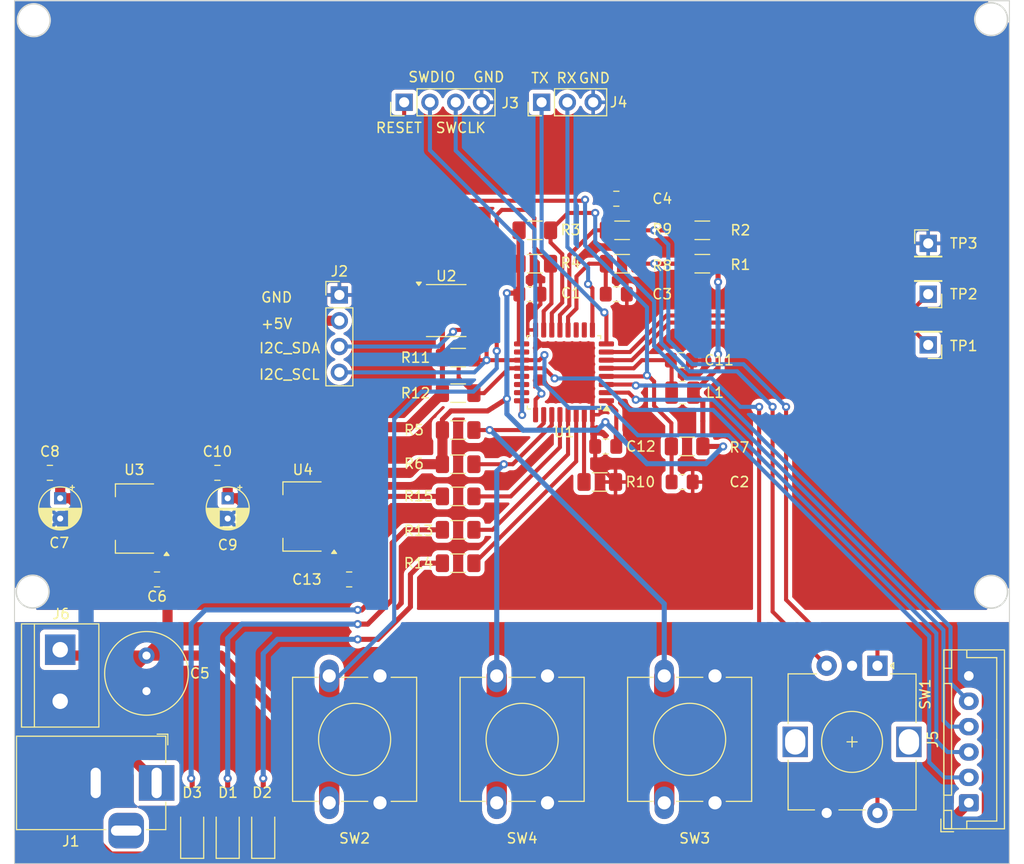
<source format=kicad_pcb>
(kicad_pcb (version 20240108) (generator "pcbnew") (generator_version "8.0")
  (layers (0 "F.Cu" signal) (31 "B.Cu" signal) (34 "B.Paste" user) (35 "F.Paste" user) (36 "B.SilkS" user "B.Silkscreen") (37 "F.SilkS" user "F.Silkscreen") (38 "B.Mask" user) (39 "F.Mask" user) (44 "Edge.Cuts" user))
  (net 0 "")
  (net 1 "GND")
  (net 2 "+3.3V")
  (net 3 "/RESET")
  (net 4 "+12V")
  (net 5 "+5V")
  (net 6 "+3.3VADC")
  (net 7 "Net-(D1-A)")
  (net 8 "Net-(D2-A)")
  (net 9 "Net-(D3-A)")
  (net 10 "/I2C_SDA")
  (net 11 "/I2C_SCL")
  (net 12 "/SWCLK")
  (net 13 "/SWDIO")
  (net 14 "/USART_TX")
  (net 15 "/USART_RX")
  (net 16 "/WOE")
  (net 17 "/~{WOE}")
  (net 18 "Net-(R1-Pad2)")
  (net 19 "Net-(R2-Pad2)")
  (net 20 "/ENC_BTN")
  (net 21 "/BTN1")
  (net 22 "/BTN2")
  (net 23 "/BTN3")
  (net 24 "Net-(U1-BOOT0)")
  (net 25 "/LED_Y")
  (net 26 "/LED_G")
  (net 27 "/LED_R")
  (net 31 "Net-(U1-PA0)")
  (net 32 "Net-(U1-PA1)")
  (net 36 "/ENC1")
  (net 37 "/ENC2")
  (footprint "Button_Switch_THT:SW_PUSH-12mm" (layer "F.Cu") (at 214 119 90)
    (property "Reference" "SW3")
    (property "Value" "SW_Push")
  )
  (footprint "Connector_PinHeader_2.54mm:PinHeader_1x01_P2.54mm_Vertical" (layer "F.Cu") (at 240 63.9)
    (property "Reference" "TP3")
    (property "Value" "TestPoint")
  )
  (footprint "Rotary_Encoder:RotaryEncoder_Alps_EC12E-Switch_Vertical_H20mm" (layer "F.Cu") (at 235 105.5 -90)
    (property "Reference" "SW1")
    (property "Value" "~")
  )
  (footprint "Resistor_SMD:R_1206_3216Metric_Pad1.30x1.75mm_HandSolder" (layer "F.Cu") (at 209.85 62.61 180)
    (property "Reference" "R9")
    (property "Value" "1k")
  )
  (footprint "Connector_PinHeader_2.54mm:PinHeader_1x03_P2.54mm_Vertical" (layer "F.Cu") (at 201.92 50 90)
    (property "Reference" "J4")
    (property "Value" "USART")
  )
  (footprint "Connector_PinHeader_2.54mm:PinHeader_1x01_P2.54mm_Vertical" (layer "F.Cu") (at 240 73.9 180)
    (property "Reference" "TP1")
    (property "Value" "TestPoint")
  )
  (footprint "Resistor_SMD:R_1206_3216Metric_Pad1.30x1.75mm_HandSolder" (layer "F.Cu") (at 193.7 88.82 180)
    (property "Reference" "R15")
    (property "Value" "220")
  )
  (footprint "Resistor_SMD:R_1206_3216Metric_Pad1.30x1.75mm_HandSolder" (layer "F.Cu") (at 201.25 65.9)
    (property "Reference" "R4")
    (property "Value" "10k")
  )
  (footprint "Capacitor_THT:CP_Radial_D4.0mm_P2.00mm" (layer "F.Cu") (at 171 89 -90)
    (property "Reference" "C9")
    (property "Value" "100u")
  )
  (footprint "Connector_BarrelJack:BarrelJack_Horizontal" (layer "F.Cu") (at 164 117.0425)
    (property "Reference" "J1")
    (property "Value" "Supply")
  )
  (footprint "Capacitor_SMD:C_0805_2012Metric_Pad1.18x1.45mm_HandSolder" (layer "F.Cu") (at 200.7625 68.9)
    (property "Reference" "C1")
    (property "Value" "0.1u")
  )
  (footprint "Resistor_SMD:R_1206_3216Metric_Pad1.30x1.75mm_HandSolder" (layer "F.Cu") (at 193.7 75.15 180)
    (property "Reference" "R11")
    (property "Value" "4.7k")
  )
  (footprint "Capacitor_THT:C_Radial_D8.0mm_H7.0mm_P3.50mm" (layer "F.Cu") (at 163 104.5 -90)
    (property "Reference" "C5")
    (property "Value" "470u")
  )
  (footprint "Resistor_SMD:R_1206_3216Metric_Pad1.30x1.75mm_HandSolder" (layer "F.Cu") (at 216.25 83.9 180)
    (property "Reference" "R7")
    (property "Value" "10k")
  )
  (footprint "Resistor_SMD:R_1206_3216Metric_Pad1.30x1.75mm_HandSolder" (layer "F.Cu") (at 217.75 65.9 180)
    (property "Reference" "R1")
    (property "Value" "10k")
  )
  (footprint "Capacitor_SMD:C_0805_2012Metric_Pad1.18x1.45mm_HandSolder" (layer "F.Cu") (at 208.2375 83.9 180)
    (property "Reference" "C12")
    (property "Value" "0.1u")
  )
  (footprint "Resistor_SMD:R_1206_3216Metric_Pad1.30x1.75mm_HandSolder" (layer "F.Cu") (at 201.25 62.61)
    (property "Reference" "R3")
    (property "Value" "10k")
  )
  (footprint "Capacitor_SMD:C_0805_2012Metric_Pad1.18x1.45mm_HandSolder" (layer "F.Cu") (at 215.6875 75.4)
    (property "Reference" "C11")
    (property "Value" "0.1u")
  )
  (footprint "Capacitor_THT:CP_Radial_D4.0mm_P2.00mm" (layer "F.Cu") (at 154.5 89 -90)
    (property "Reference" "C7")
    (property "Value" "100u")
  )
  (footprint "Capacitor_SMD:C_0805_2012Metric_Pad1.18x1.45mm_HandSolder" (layer "F.Cu") (at 169.9875 86.5 180)
    (property "Reference" "C10")
    (property "Value" "0.1u")
  )
  (footprint "Button_Switch_THT:SW_PUSH-12mm" (layer "F.Cu") (at 181 119 90)
    (property "Reference" "SW2")
    (property "Value" "SW_Push")
  )
  (footprint "Resistor_SMD:R_1206_3216Metric_Pad1.30x1.75mm_HandSolder" (layer "F.Cu") (at 207.65 87.4)
    (property "Reference" "R10")
    (property "Value" "10k")
  )
  (footprint "Resistor_SMD:R_1206_3216Metric_Pad1.30x1.75mm_HandSolder" (layer "F.Cu") (at 209.85 65.9 180)
    (property "Reference" "R8")
    (property "Value" "1k")
  )
  (footprint "Capacitor_SMD:C_0805_2012Metric_Pad1.18x1.45mm_HandSolder" (layer "F.Cu") (at 215.7625 87.4)
    (property "Reference" "C2")
    (property "Value" "0.47u")
  )
  (footprint "Button_Switch_THT:SW_PUSH-12mm" (layer "F.Cu") (at 197.5 119 90)
    (property "Reference" "SW4")
    (property "Value" "SW_Push")
  )
  (footprint "Package_TO_SOT_SMD:SOT-223-3_TabPin2" (layer "F.Cu") (at 161.85 91 180)
    (property "Reference" "U3")
    (property "Value" "AMS1117-5.0")
  )
  (footprint "TerminalBlock:TerminalBlock_bornier-2_P5.08mm" (layer "F.Cu") (at 154.5 103.92 -90)
    (property "Reference" "J6")
    (property "Value" "Supply")
  )
  (footprint "LED_SMD:LED_1206_3216Metric_Pad1.42x1.75mm_HandSolder" (layer "F.Cu") (at 171 122.0125 90)
    (property "Reference" "D1")
    (property "Value" "LG")
  )
  (footprint "LED_SMD:LED_1206_3216Metric_Pad1.42x1.75mm_HandSolder" (layer "F.Cu") (at 167.5 122.0125 90)
    (property "Reference" "D3")
    (property "Value" "LY")
  )
  (footprint "Capacitor_SMD:C_0805_2012Metric_Pad1.18x1.45mm_HandSolder" (layer "F.Cu") (at 182.9625 97)
    (property "Reference" "C13")
    (property "Value" "0.1u")
  )
  (footprint "Capacitor_SMD:C_0805_2012Metric_Pad1.18x1.45mm_HandSolder" (layer "F.Cu") (at 153.4875 86.5 180)
    (property "Reference" "C8")
    (property "Value" "0.1u")
  )
  (footprint "Connector_PinHeader_2.54mm:PinHeader_1x04_P2.54mm_Vertical" (layer "F.Cu") (at 182 68.98)
    (property "Reference" "J2")
    (property "Value" "LCD")
  )
  (footprint "Capacitor_SMD:C_0805_2012Metric_Pad1.18x1.45mm_HandSolder" (layer "F.Cu") (at 209.275 68.9)
    (property "Reference" "C3")
    (property "Value" "0.47u")
  )
  (footprint "Resistor_SMD:R_1206_3216Metric_Pad1.30x1.75mm_HandSolder" (layer "F.Cu") (at 193.7 78.65 180)
    (property "Reference" "R12")
    (property "Value" "4.7k")
  )
  (footprint "Inductor_SMD:L_1008_2520Metric" (layer "F.Cu") (at 215.8 78.6 180)
    (property "Reference" "L1")
    (property "Value" "150u")
  )
  (footprint "Connector_PinHeader_2.54mm:PinHeader_1x01_P2.54mm_Vertical" (layer "F.Cu") (at 240 68.9 180)
    (property "Reference" "TP2")
    (property "Value" "TestPoint")
  )
  (footprint "Connector_PinHeader_2.54mm:PinHeader_1x04_P2.54mm_Vertical" (layer "F.Cu") (at 188.38 50 90)
    (property "Reference" "J3")
    (property "Value" "SWD")
  )
  (footprint "Connector_JST:JST_XH_B6B-XH-A_1x06_P2.50mm_Vertical" (layer "F.Cu") (at 244 119 90)
    (property "Reference" "J5")
    (property "Value" "Module")
  )
  (footprint "Capacitor_SMD:C_0805_2012Metric_Pad1.18x1.45mm_HandSolder" (layer "F.Cu") (at 164.0375 97 180)
    (property "Reference" "C6")
    (property "Value" "0.1u")
  )
  (footprint "Package_TO_SOT_SMD:SOT-223-3_TabPin2" (layer "F.Cu") (at 178.35 90.8 180)
    (property "Reference" "U4")
    (property "Value" "AMS1117-3.3")
  )
  (footprint "Capacitor_SMD:C_0805_2012Metric_Pad1.18x1.45mm_HandSolder" (layer "F.Cu") (at 209.28 59.5)
    (property "Reference" "C4")
    (property "Value" "0.47u")
  )
  (footprint "Resistor_SMD:R_1206_3216Metric_Pad1.30x1.75mm_HandSolder" (layer "F.Cu") (at 193.7 92.11 180)
    (property "Reference" "R13")
    (property "Value" "220")
  )
  (footprint "Resistor_SMD:R_1206_3216Metric_Pad1.30x1.75mm_HandSolder" (layer "F.Cu") (at 193.7 85.65)
    (property "Reference" "R6")
    (property "Value" "10k")
  )
  (footprint "LED_SMD:LED_1206_3216Metric_Pad1.42x1.75mm_HandSolder" (layer "F.Cu") (at 174.5 122.0125 90)
    (property "Reference" "D2")
    (property "Value" "LR")
  )
  (footprint "Resistor_SMD:R_1206_3216Metric_Pad1.30x1.75mm_HandSolder" (layer "F.Cu") (at 217.75 62.61 180)
    (property "Reference" "R2")
    (property "Value" "10k")
  )
  (footprint "Package_SO:SOIC-8_3.9x4.9mm_P1.27mm" (layer "F.Cu") (at 192.525 70.515)
    (property "Reference" "U2")
    (property "Value" "AT24C32")
  )
  (footprint "Resistor_SMD:R_1206_3216Metric_Pad1.30x1.75mm_HandSolder" (layer "F.Cu") (at 193.7 95.4 180)
    (property "Reference" "R14")
    (property "Value" "220")
  )
  (footprint "Resistor_SMD:R_1206_3216Metric_Pad1.30x1.75mm_HandSolder" (layer "F.Cu") (at 193.7 82.285)
    (property "Reference" "R5")
    (property "Value" "10k")
  )
  (footprint "Package_QFP:LQFP-32_7x7mm_P0.8mm" (layer "F.Cu") (at 204.125 76.6 180)
    (property "Reference" "U1")
    (property "Value" "STM32F030K6Tx")
  )
  (gr_circle (center 246.2 41.814214) (end 247.814214 41.814214) (stroke (width 0.15)) (fill none) (layer "Edge.Cuts"))
  (gr_circle (center 246.2 98.214214) (end 247.814214 98.214214) (stroke (width 0.15)) (fill none) (layer "Edge.Cuts"))
  (gr_line (start 248 125) (end 248 40) (stroke (width 0.1)) (layer "Edge.Cuts"))
  (gr_circle (center 151.9 41.914214) (end 153.514214 41.914214) (stroke (width 0.15)) (fill none) (layer "Edge.Cuts"))
  (gr_circle (center 151.785786 98.2) (end 153.4 98.2) (stroke (width 0.15)) (fill none) (layer "Edge.Cuts"))
  (gr_line (start 150 125) (end 248 125) (stroke (width 0.1)) (layer "Edge.Cuts"))
  (gr_line (start 248 40) (end 150 40) (stroke (width 0.1)) (layer "Edge.Cuts"))
  (gr_line (start 150 40) (end 150 125) (stroke (width 0.1)) (layer "Edge.Cuts"))
  (gr_text "GND" (at 195.1 48.1 0) (layer "F.SilkS") (effects (font (size 1 1)) (justify left bottom)))
  (gr_text "+5V" (at 174.2 72.4 0) (layer "F.SilkS") (effects (font (size 1 1)) (justify left bottom)))
  (gr_text "GND" (at 174.2 69.8 0) (layer "F.SilkS") (effects (font (size 1 1)) (justify left bottom)))
  (gr_text "SWCLK\n" (at 191.4 53.1 0) (layer "F.SilkS") (effects (font (size 1 1)) (justify left bottom)))
  (gr_text "SWDIO" (at 188.7 48.1 0) (layer "F.SilkS") (effects (font (size 1 1)) (justify left bottom)))
  (gr_text "TX" (at 200.8 48.2 0) (layer "F.SilkS") (effects (font (size 1 1)) (justify left bottom)))
  (gr_text "I2C_SDA" (at 174 74.8 0) (layer "F.SilkS") (effects (font (size 1 1)) (justify left bottom)))
  (gr_text "RX" (at 203.3 48.2 0) (layer "F.SilkS") (effects (font (size 1 1)) (justify left bottom)))
  (gr_text "GND" (at 205.5 48.2 0) (layer "F.SilkS") (effects (font (size 1 1)) (justify left bottom)))
  (gr_text "RESET\n" (at 185.5 53.1 0) (layer "F.SilkS") (effects (font (size 1 1)) (justify left bottom)))
  (gr_text "I2C_SCL" (at 174 77.4 0) (layer "F.SilkS") (effects (font (size 1 1)) (justify left bottom)))
  (segment (start 245.775 121.025) (end 243.3 123.5) (width 1) (layer "F.Cu") (net 1))
  (segment (start 207.2 85.4) (end 207.2 83.9) (width 0.4) (layer "F.Cu") (net 1))
  (segment (start 202.8 74) (end 206.925 78.125) (width 0.4) (layer "F.Cu") (net 1))
  (segment (start 201.325 72.425) (end 201.325 73.262348) (width 0.4) (layer "F.Cu") (net 1))
  (segment (start 245 106.5) (end 245.775 107.275) (width 1) (layer "F.Cu") (net 1))
  (segment (start 184 97) (end 184 97.6) (width 0.5) (layer "F.Cu") (net 1))
  (segment (start 202.062652 74) (end 202.8 74) (width 0.4) (layer "F.Cu") (net 1))
  (segment (start 206.925 83.625) (end 207.2 83.9) (width 0.4) (layer "F.Cu") (net 1))
  (segment (start 243.3 123.5) (end 167.5 123.5) (width 1) (layer "F.Cu") (net 1))
  (segment (start 206.925 78.125) (end 206.925 80.775) (width 0.4) (layer "F.Cu") (net 1))
  (segment (start 159.423894 124.2925) (end 158 122.868606) (width 1) (layer "F.Cu") (net 1))
  (segment (start 201.325 73.262348) (end 202.062652 74) (width 0.4) (layer "F.Cu") (net 1))
  (segment (start 158 122.868606) (end 158 117.0425) (width 1) (layer "F.Cu") (net 1))
  (segment (start 202.5 106.5) (end 202.5 119) (width 2) (layer "F.Cu") (net 1))
  (segment (start 219 106.5) (end 219 119) (width 2) (layer "F.Cu") (net 1))
  (segment (start 186 106.5) (end 186 119) (width 2) (layer "F.Cu") (net 1))
  (segment (start 206.925 80.775) (end 206.925 83.625) (width 0.4) (layer "F.Cu") (net 1))
  (segment (start 184 97.6) (end 182.8 98.8) (width 0.5) (layer "F.Cu") (net 1))
  (segment (start 166.7075 124.2925) (end 159.423894 124.2925) (width 1) (layer "F.Cu") (net 1))
  (segment (start 201.325 70.375) (end 201.325 72.425) (width 0.4) (layer "F.Cu") (net 1))
  (segment (start 244 106.5) (end 245 106.5) (width 1) (layer "F.Cu") (net 1))
  (segment (start 209.2 87.4) (end 207.2 85.4) (width 0.4) (layer "F.Cu") (net 1))
  (segment (start 201.8 68.9) (end 201.8 69.9) (width 0.4) (layer "F.Cu") (net 1))
  (segment (start 201.8 69.9) (end 201.325 70.375) (width 0.4) (layer "F.Cu") (net 1))
  (segment (start 245.775 107.275) (end 245.775 121.025) (width 1) (layer "F.Cu") (net 1))
  (segment (start 167.5 123.5) (end 166.7075 124.2925) (width 1) (layer "F.Cu") (net 1))
  (segment (start 157.05 93.55) (end 154.5 91) (width 1.5) (layer "B.Cu") (net 1))
  (segment (start 154.5 109) (end 157.05 106.45) (width 1.5) (layer "B.Cu") (net 1))
  (segment (start 157.05 106.45) (end 157.05 93.55) (width 1.5) (layer "B.Cu") (net 1))
  (segment (start 154.5 91) (end 171 91) (width 1.5) (layer "B.Cu") (net 1))
  (segment (start 189.75 85.65) (end 192.15 85.65) (width 1) (layer "F.Cu") (net 2))
  (segment (start 173.8 90.8) (end 175.2 90.8) (width 1) (layer "F.Cu") (net 2))
  (segment (start 219.3 76.175) (end 219.3 74.8) (width 0.5) (layer "F.Cu") (net 2))
  (segment (start 219.3 76.175) (end 216.875 78.6) (width 0.5) (layer "F.Cu") (net 2))
  (segment (start 219.8 83.9) (end 217.8 83.9) (width 0.5) (layer "F.Cu") (net 2))
  (segment (start 209.275 82.575) (end 209.275 83.9) (width 0.5) (layer "F.Cu") (net 2))
  (segment (start 196.6 80.4) (end 193 80.4) (width 0.5) (layer "F.Cu") (net 2))
  (segment (start 217.8 79.525) (end 217.8 81.4) (width 0.5) (layer "F.Cu") (net 2))
  (segment (start 198.5 68.8) (end 199.625 68.8) (width 0.5) (layer "F.Cu") (net 2))
  (segment (start 208.3 79.4) (end 209.275 80.375) (width 0.4) (layer "F.Cu") (net 2))
  (segment (start 193 80.4) (end 192.15 81.25) (width 0.5) (layer "F.Cu") (net 2))
  (segment (start 192.15 85.65) (end 192.15 82.285) (width 1) (layer "F.Cu") (net 2))
  (segment (start 199.725 73.575) (end 199.95 73.8) (width 0.5) (layer "F.Cu") (net 2))
  (segment (start 199.725 68.9) (end 199.725 73.575) (width 0.5) (layer "F.Cu") (net 2))
  (segment (start 179.25 90.8) (end 181.5 90.8) (width 1.5) (layer "F.Cu") (net 2))
  (segment (start 171 89) (end 172 89) (width 1) (layer "F.Cu") (net 2))
  (segment (start 216.875 78.6) (end 217.8 79.525) (width 0.5) (layer "F.Cu") (net 2))
  (segment (start 219.3 62.61) (end 219.3 65.9) (width 0.5) (layer "F.Cu") (net 2))
  (segment (start 209.375 83.8) (end 209.275 83.9) (width 0.5) (layer "F.Cu") (net 2))
  (segment (start 172 89) (end 173.8 90.8) (width 1) (layer "F.Cu") (net 2))
  (segment (start 171 89) (end 171 86.525) (width 1) (layer "F.Cu") (net 2))
  (segment (start 171.025 86.5) (end 188.9 86.5) (width 1) (layer "F.Cu") (net 2))
  (segment (start 199.7 68.875) (end 199.725 68.9) (width 0.5) (layer "F.Cu") (net 2))
  (segment (start 188.9 86.5) (end 189.75 85.65) (width 1) (layer "F.Cu") (net 2))
  (segment (start 199.625 68.8) (end 199.725 68.9) (width 0.5) (layer "F.Cu") (net 2))
  (segment (start 208.2 81.5) (end 209.275 82.575) (width 0.5) (layer "F.Cu") (net 2))
  (segment (start 209.275 80.375) (end 209.275 83.9) (width 0.4) (layer "F.Cu") (net 2))
  (segment (start 175.2 90.8) (end 179.25 90.8) (width 1.5) (layer "F.Cu") (net 2))
  (segment (start 217.8 81.4) (end 217.8 83.9) (width 0.5) (layer "F.Cu") (net 2))
  (segment (start 219.3 67.7) (end 219.3 65.9) (width 0.5) (layer "F.Cu") (net 2))
  (segment (start 198.5 79.2) (end 196.6 80.4) (width 0.5) (layer "F.Cu") (net 2))
  (segment (start 199.7 62.61) (end 199.7 68.875) (width 0.5) (layer "F.Cu") (net 2))
  (segment (start 192.15 81.25) (end 192.15 82.285) (width 0.5) (layer "F.Cu") (net 2))
  (via (at 208.2 81.5) (size 0.8) (drill 0.4) (layers "F.Cu" "B.Cu") (net 2))
  (via (at 198.5 68.8) (size 0.8) (drill 0.4) (layers "F.Cu" "B.Cu") (net 2))
  (via (at 219.8 83.9) (size 0.8) (drill 0.4) (layers "F.Cu" "B.Cu") (net 2))
  (via (at 219.3 67.7) (size 0.8) (drill 0.4) (layers "F.Cu" "B.Cu") (net 2))
  (via (at 219.3 74.8) (size 0.8) (drill 0.4) (layers "F.Cu" "B.Cu") (net 2))
  (via (at 198.5 79.2) (size 0.8) (drill 0.4) (layers "F.Cu" "B.Cu") (net 2))
  (segment (start 198.5 80.7) (end 198.5 79.2) (width 0.5) (layer "B.Cu") (net 2))
  (segment (start 198.5 79.2) (end 198.5 68.8) (width 0.5) (layer "B.Cu") (net 2))
  (segment (start 219.3 74.8) (end 219.3 67.7) (width 0.5) (layer "B.Cu") (net 2))
  (segment (start 212.3 85.6) (end 218.1 85.6) (width 0.5) (layer "B.Cu") (net 2))
  (segment (start 207.4 82.3) (end 208.2 81.5) (width 0.5) (layer "B.Cu") (net 2))
  (segment (start 218.1 85.6) (end 219.8 83.9) (width 0.5) (layer "B.Cu") (net 2))
  (segment (start 200.1 82.3) (end 198.5 80.7) (width 0.5) (layer "B.Cu") (net 2))
  (segment (start 208.2 81.5) (end 212.3 85.6) (width 0.5) (layer "B.Cu") (net 2))
  (segment (start 200.1 82.3) (end 207.4 82.3) (width 0.5) (layer "B.Cu") (net 2))
  (segment (start 212.3 76.9) (end 212.2 77) (width 0.4) (layer "F.Cu") (net 3))
  (segment (start 206.1 59.7) (end 193.1 59.7) (width 0.4) (layer "F.Cu") (net 3))
  (segment (start 213 77.5) (end 212.5 77) (width 0.4) (layer "F.Cu") (net 3))
  (segment (start 214.7 81.6) (end 213 79.9) (width 0.4) (layer "F.Cu") (net 3))
  (segment (start 213 79.9) (end 213 77.5) (width 0.4) (layer "F.Cu") (net 3))
  (segment (start 188.38 54.98) (end 188.38 50) (width 0.4) (layer "F.Cu") (net 3))
  (segment (start 193.1 59.7) (end 188.38 54.98) (width 0.4) (layer "F.Cu") (net 3))
  (segment (start 206.2 59.6) (end 206.1 59.7) (width 0.4) (layer "F.Cu") (net 3))
  (segment (start 212.2 77) (end 208.3 77) (width 0.4) (layer "F.Cu") (net 3))
  (segment (start 212.5 77) (end 212.4 77) (width 0.4) (layer "F.Cu") (net 3))
  (segment (start 214.7 83.9) (end 214.7 81.6) (width 0.4) (layer "F.Cu") (net 3))
  (segment (start 214.725 87.4) (end 214.725 83.925) (width 0.4) (layer "F.Cu") (net 3))
  (segment (start 214.725 83.925) (end 214.7 83.9) (width 0.4) (layer "F.Cu") (net 3))
  (segment (start 212.4 77) (end 212.3 76.9) (width 0.4) (layer "F.Cu") (net 3))
  (via (at 212.3 76.9) (size 0.8) (drill 0.4) (layers "F.Cu" "B.Cu") (net 3))
  (via (at 206.2 59.6) (size 0.8) (drill 0.4) (layers "F.Cu" "B.Cu") (net 3))
  (segment (start 206.2 59.6) (end 206.2 64.1) (width 0.4) (layer "B.Cu") (net 3))
  (segment (start 206.2 64.1) (end 212.3 70.2) (width 0.4) (layer "B.Cu") (net 3))
  (segment (start 212.3 70.2) (end 212.3 76.9) (width 0.4) (layer "B.Cu") (net 3))
  (segment (start 159.5 112.5425) (end 159.5 108) (width 1) (layer "F.Cu") (net 4))
  (segment (start 167.5 94.575) (end 165.075 97) (width 1) (layer "F.Cu") (net 4))
  (segment (start 167.5 89.5) (end 167.5 94.575) (width 1) (layer "F.Cu") (net 4))
  (segment (start 181.575 97) (end 165.075 97) (width 1) (layer "F.Cu") (net 4))
  (segment (start 159.5 108) (end 163 104.5) (width 1) (layer "F.Cu") (net 4))
  (segment (start 166.7 88.7) (end 167.5 89.5) (width 1) (layer "F.Cu") (net 4))
  (segment (start 176.9 120.3) (end 178.7 122.1) (width 1) (layer "F.Cu") (net 4))
  (segment (start 164 117.0425) (end 159.5 112.5425) (width 1) (layer "F.Cu") (net 4))
  (segment (start 163 104.5) (end 170.3 104.5) (width 1) (layer "F.Cu") (net 4))
  (segment (start 154.5 103.92) (end 155.08 104.5) (width 1) (layer "F.Cu") (net 4))
  (segment (start 184 89.5) (end 183 88.5) (width 1) (layer "F.Cu") (net 4))
  (segment (start 240.9 122.1) (end 244 119) (width 1) (layer "F.Cu") (net 4))
  (segment (start 184 94.575) (end 184 89.5) (width 1) (layer "F.Cu") (net 4))
  (segment (start 178.7 122.1) (end 240.9 122.1) (width 1) (layer "F.Cu") (net 4))
  (segment (start 165 88.7) (end 166.7 88.7) (width 1) (layer "F.Cu") (net 4))
  (segment (start 165.075 102.425) (end 165.075 97) (width 1) (layer "F.Cu") (net 4))
  (segment (start 170.3 104.5) (end 176.9 111.1) (width 1) (layer "F.Cu") (net 4))
  (segment (start 181.575 97) (end 184 94.575) (width 1) (layer "F.Cu") (net 4))
  (segment (start 155.08 104.5) (end 163 104.5) (width 1) (layer "F.Cu") (net 4))
  (segment (start 163 104.5) (end 165.075 102.425) (width 1) (layer "F.Cu") (net 4))
  (segment (start 183 88.5) (end 181.5 88.5) (width 1) (layer "F.Cu") (net 4))
  (segment (start 176.9 111.1) (end 176.9 120.3) (width 1) (layer "F.Cu") (net 4))
  (segment (start 155.5 89) (end 157.5 91) (width 1) (layer "F.Cu") (net 5))
  (segment (start 154.5 86.525) (end 154.525 86.5) (width 1) (layer "F.Cu") (net 5))
  (segment (start 188.8 82) (end 192.15 78.65) (width 1) (layer "F.Cu") (net 5))
  (segment (start 179.2 72.9) (end 179.2 82) (width 1) (layer "F.Cu") (net 5))
  (segment (start 158.7 91) (end 162.75 91) (width 1.5) (layer "F.Cu") (net 5))
  (segment (start 154.525 86.5) (end 159.025 82) (width 1) (layer "F.Cu") (net 5))
  (segment (start 154.5 89) (end 154.5 86.525) (width 1) (layer "F.Cu") (net 5))
  (segment (start 180.58 71.52) (end 179.2 72.9) (width 1) (layer "F.Cu") (net 5))
  (segment (start 157.5 91) (end 158.7 91) (width 1) (layer "F.Cu") (net 5))
  (segment (start 182 71.52) (end 180.58 71.52) (width 1) (layer "F.Cu") (net 5))
  (segment (start 193.29 68.61) (end 192.15 69.75) (width 0.5) (layer "F.Cu") (net 5))
  (segment (start 195 68.61) (end 193.29 68.61) (width 0.5) (layer "F.Cu") (net 5))
  (segment (start 159.025 82) (end 179.2 82) (width 1) (layer "F.Cu") (net 5))
  (segment (start 192.15 69.75) (end 192.15 78.65) (width 0.5) (layer "F.Cu") (net 5))
  (segment (start 162.75 91) (end 165 91) (width 1.5) (layer "F.Cu") (net 5))
  (segment (start 154.5 89) (end 155.5 89) (width 1) (layer "F.Cu") (net 5))
  (segment (start 179.2 82) (end 188.8 82) (width 1) (layer "F.Cu") (net 5))
  (segment (start 211 76.2) (end 211.8 75.4) (width 0.4) (layer "F.Cu") (net 6))
  (segment (start 211.8 75.4) (end 214.65 75.4) (width 0.4) (layer "F.Cu") (net 6))
  (segment (start 214.725 78.6) (end 214.725 75.475) (width 0.4) (layer "F.Cu") (net 6))
  (segment (start 208.3 76.2) (end 211 76.2) (width 0.4) (layer "F.Cu") (net 6))
  (segment (start 214.725 75.475) (end 214.65 75.4) (width 0.4) (layer "F.Cu") (net 6))
  (segment (start 214.65 78.675) (end 214.725 78.6) (width 0.4) (layer "F.Cu") (net 6))
  (segment (start 183.8 101.4) (end 184.8 101.4) (width 0.5) (layer "F.Cu") (net 7))
  (segment (start 188.49 92.11) (end 192.15 92.11) (width 0.5) (layer "F.Cu") (net 7))
  (segment (start 187.2 93.4) (end 188.49 92.11) (width 0.5) (layer "F.Cu") (net 7))
  (segment (start 187.2 99) (end 187.2 93.4) (width 0.5) (layer "F.Cu") (net 7))
  (segment (start 184.8 101.4) (end 187.2 99) (width 0.5) (layer "F.Cu") (net 7))
  (segment (start 171 120.525) (end 171 116.6) (width 0.5) (layer "F.Cu") (net 7))
  (via (at 183.8 101.4) (size 0.8) (drill 0.4) (layers "F.Cu" "B.Cu") (net 7))
  (via (at 171 116.6) (size 0.8) (drill 0.4) (layers "F.Cu" "B.Cu") (net 7))
  (segment (start 183.8 101.4) (end 172.4 101.4) (width 0.5) (layer "B.Cu") (net 7))
  (segment (start 171 102.8) (end 171 116.6) (width 0.5) (layer "B.Cu") (net 7))
  (segment (start 172.4 101.4) (end 171 102.8) (width 0.5) (layer "B.Cu") (net 7))
  (segment (start 174.5 120.525) (end 174.5 116.6) (width 0.5) (layer "F.Cu") (net 8))
  (segment (start 183.8 102.9) (end 185.8 102.9) (width 0.5) (layer "F.Cu") (net 8))
  (segment (start 185.8 102.9) (end 189 99.7) (width 0.5) (layer "F.Cu") (net 8))
  (segment (start 189 99.7) (end 189 96.5) (width 0.5) (layer "F.Cu") (net 8))
  (segment (start 189 96.5) (end 190.1 95.4) (width 0.5) (layer "F.Cu") (net 8))
  (segment (start 190.1 95.4) (end 192.15 95.4) (width 0.5) (layer "F.Cu") (net 8))
  (via (at 183.8 102.9) (size 0.8) (drill 0.4) (layers "F.Cu" "B.Cu") (net 8))
  (via (at 174.5 116.6) (size 0.8) (drill 0.4) (layers "F.Cu" "B.Cu") (net 8))
  (segment (start 175.9 102.9) (end 174.5 104.3) (width 0.5) (layer "B.Cu") (net 8))
  (segment (start 183.8 102.9) (end 175.9 102.9) (width 0.5) (layer "B.Cu") (net 8))
  (segment (start 174.5 104.3) (end 174.5 116.6) (width 0.5) (layer "B.Cu") (net 8))
  (segment (start 184.2 100) (end 185.8 98.4) (width 0.5) (layer "F.Cu") (net 9))
  (segment (start 167.5 116.7) (end 167.4 116.6) (width 0.5) (layer "F.Cu") (net 9))
  (segment (start 186.78 88.82) (end 192.15 88.82) (width 0.5) (layer "F.Cu") (net 9))
  (segment (start 167.5 120.525) (end 167.5 116.7) (width 0.5) (layer "F.Cu") (net 9))
  (segment (start 185.8 98.4) (end 185.8 89.8) (width 0.5) (layer "F.Cu") (net 9))
  (segment (start 185.8 89.8) (end 186.78 88.82) (width 0.5) (layer "F.Cu") (net 9))
  (segment (start 183.8 100) (end 184.2 100) (width 0.5) (layer "F.Cu") (net 9))
  (via (at 183.8 100) (size 0.8) (drill 0.4) (layers "F.Cu" "B.Cu") (net 9))
  (via (at 167.4 116.6) (size 0.8) (drill 0.4) (layers "F.Cu" "B.Cu") (net 9))
  (segment (start 183.8 100) (end 168.8 100) (width 0.5) (layer "B.Cu") (net 9))
  (segment (start 168.8 100) (end 167.4 101.4) (width 0.5) (layer "B.Cu") (net 9))
  (segment (start 167.4 101.4) (end 167.4 116.6) (width 0.5) (layer "B.Cu") (net 9))
  (segment (start 195 72.42) (end 193.75 73.67) (width 0.4) (layer "F.Cu") (net 10))
  (segment (start 200 76.2) (end 198.7 76.2) (width 0.4) (layer "F.Cu") (net 10))
  (segment (start 193.75 73.67) (end 193.75 77.15) (width 0.4) (layer "F.Cu") (net 10))
  (segment (start 193.38 72.42) (end 193.2 72.6) (width 0.4) (layer "F.Cu") (net 10))
  (segment (start 193.75 77.15) (end 195.25 78.65) (width 0.4) (layer "F.Cu") (net 10))
  (segment (start 195 72.42) (end 193.38 72.42) (width 0.4) (layer "F.Cu") (net 10))
  (segment (start 196.25 78.65) (end 195.25 78.65) (width 0.4) (layer "F.Cu") (net 10))
  (segment (start 198.7 76.2) (end 196.25 78.65) (width 0.4) (layer "F.Cu") (net 10))
  (segment (start 202.2 76.2) (end 199.95 76.2) (width 0.4) (layer "F.Cu") (net 10))
  (segment (start 203.2 77.2) (end 202.2 76.2) (width 0.4) (layer "F.Cu") (net 10))
  (via (at 203.2 77.2) (size 0.8) (drill 0.4) (layers "F.Cu" "B.Cu") (net 10))
  (via (at 193.2 72.6) (size 0.8) (drill 0.4) (layers "F.Cu" "B.Cu") (net 10))
  (segment (start 182 74.06) (end 191.74 74.06) (width 0.4) (layer "B.Cu") (net 10))
  (segment (start 240.8 112.9) (end 241.9 114) (width 0.4) (layer "B.Cu") (net 10))
  (segment (start 210.6 80.3) (end 218.8 80.3) (width 0.4) (layer "B.Cu") (net 10))
  (segment (start 191.74 74.06) (end 193.2 72.6) (width 0.4) (layer "B.Cu") (net 10))
  (segment (start 207.5 77.2) (end 210.6 80.3) (width 0.4) (layer "B.Cu") (net 10))
  (segment (start 240.8 102.3) (end 240.8 112.9) (width 0.4) (layer "B.Cu") (net 10))
  (segment (start 241.9 114) (end 244 114) (width 0.4) (layer "B.Cu") (net 10))
  (segment (start 218.8 80.3) (end 240.8 102.3) (width 0.4) (layer "B.Cu") (net 10))
  (segment (start 203.2 77.2) (end 207.5 77.2) (width 0.4) (layer "B.Cu") (net 10))
  (segment (start 200 75.4) (end 196.5 75.4) (width 0.4) (layer "F.Cu") (net 11))
  (segment (start 196.5 75.4) (end 195.5 75.4) (width 0.4) (layer "F.Cu") (net 11))
  (segment (start 195.5 75.4) (end 195.25 75.15) (width 0.4) (layer "F.Cu") (net 11))
  (segment (start 195 71.15) (end 195.974999 71.15) (width 0.4) (layer "F.Cu") (net 11))
  (segment (start 201.7 75.4) (end 199.95 75.4) (width 0.4) (layer "F.Cu") (net 11))
  (segment (start 196.5 71.675001) (end 196.5 75.4) (width 0.4) (layer "F.Cu") (net 11))
  (segment (start 202.2 74.9) (end 201.7 75.4) (width 0.4) (layer "F.Cu") (net 11))
  (segment (start 195.974999 71.15) (end 196.5 71.675001) (width 0.4) (layer "F.Cu") (net 11))
  (via (at 202.2 74.9) (size 0.8) (drill 0.4) (layers "F.Cu" "B.Cu") (net 11))
  (via (at 196.5 75.4) (size 0.8) (drill 0.4) (layers "F.Cu" "B.Cu") (net 11))
  (segment (start 240.1 115) (end 241.6 116.5) (width 0.4) (layer "B.Cu") (net 11))
  (segment (start 204.6 80.1) (end 208.7 80.1) (width 0.4) (layer "B.Cu") (net 11))
  (segment (start 240.1 102.58995) (end 240.1 115) (width 0.4) (layer "B.Cu") (net 11))
  (segment (start 195.3 76.6) (end 196.5 75.4) (width 0.4) (layer "B.Cu") (net 11))
  (segment (start 211.4 82.8) (end 220.31005 82.8) (width 0.4) (layer "B.Cu") (net 11))
  (segment (start 202.2 77.7) (end 204.6 80.1) (width 0.4) (layer "B.Cu") (net 11))
  (segment (start 208.7 80.1) (end 211.4 82.8) (width 0.4) (layer "B.Cu") (net 11))
  (segment (start 220.31005 82.8) (end 240.1 102.58995) (width 0.4) (layer "B.Cu") (net 11))
  (segment (start 202.2 74.9) (end 202.2 77.7) (width 0.4) (layer "B.Cu") (net 11))
  (segment (start 241.6 116.5) (end 244 116.5) (width 0.4) (layer "B.Cu") (net 11))
  (segment (start 182 76.6) (end 195.3 76.6) (width 0.4) (layer "B.Cu") (net 11))
  (segment (start 201.325 79.275) (end 201.9 78.7) (width 0.4) (layer "F.Cu") (net 12))
  (segment (start 201.325 80.775) (end 201.325 79.275) (width 0.4) (layer "F.Cu") (net 12))
  (via (at 201.9 78.7) (size 0.8) (drill 0.4) (layers "F.Cu" "B.Cu") (net 12))
  (segment (start 201.3 77.9) (end 201.3 64.962743) (width 0.4) (layer "B.Cu") (net 12))
  (segment (start 201.22 62.52) (end 193.46 54.76) (width 0.4) (layer "B.Cu") (net 12))
  (segment (start 201.9 78.5) (end 201.3 77.9) (width 0.4) (layer "B.Cu") (net 12))
  (segment (start 201.3 64.962743) (end 201.22 64.882743) (width 0.4) (layer "B.Cu") (net 12))
  (segment (start 193.46 54.76) (end 193.46 50) (width 0.4) (layer "B.Cu") (net 12))
  (segment (start 201.22 64.882743) (end 201.22 62.52) (width 0.4) (layer "B.Cu") (net 12))
  (segment (start 201.9 78.7) (end 201.9 78.5) (width 0.4) (layer "B.Cu") (net 12))
  (segment (start 199.95 79.4) (end 199.95 80.75) (width 0.4) (layer "F.Cu") (net 13))
  (segment (start 199.95 80.75) (end 200 80.8) (width 0.4) (layer "F.Cu") (net 13))
  (via (at 200 80.8) (size 0.8) (drill 0.4) (layers "F.Cu" "B.Cu") (net 13))
  (segment (start 200 63.8) (end 190.92 54.72) (width 0.4) (layer "B.Cu") (net 13))
  (segment (start 190.92 54.72) (end 190.92 50) (width 0.4) (layer "B.Cu") (net 13))
  (segment (start 200 80.8) (end 200 63.8) (width 0.4) (layer "B.Cu") (net 13))
  (segment (start 208.3 73.8) (end 208.3 70.9) (width 0.4) (layer "F.Cu") (net 14))
  (segment (start 208.3 70.9) (end 208.1 70.7) (width 0.4) (layer "F.Cu") (net 14))
  (via (at 208.1 70.7) (size 0.8) (drill 0.4) (layers "F.Cu" "B.Cu") (net 14))
  (segment (start 208.027207 70.7) (end 201.92 64.592793) (width 0.4) (layer "B.Cu") (net 14))
  (segment (start 201.92 64.592793) (end 201.92 50) (width 0.4) (layer "B.Cu") (net 14))
  (segment (start 208.1 70.7) (end 208.027207 70.7) (width 0.4) (layer "B.Cu") (net 14))
  (segment (start 206.925 72.425) (end 206.925 68.325) (width 0.4) (layer "F.Cu") (net 15))
  (segment (start 206.925 68.325) (end 206.5 67.9) (width 0.4) (layer "F.Cu") (net 15))
  (via (at 206.5 67.9) (size 0.8) (drill 0.4) (layers "F.Cu" "B.Cu") (net 15))
  (segment (start 206.5 66.3) (end 204.46 64.26) (width 0.4) (layer "B.Cu") (net 15))
  (segment (start 204.46 64.26) (end 204.46 50) (width 0.4) (layer "B.Cu") (net 15))
  (segment (start 206.5 67.9) (end 206.5 66.3) (width 0.4) (layer "B.Cu") (net 15))
  (segment (start 211.1 77.8) (end 208.3 77.8) (width 0.4) (layer "F.Cu") (net 16))
  (segment (start 211.2 77.9) (end 211.1 77.8) (width 0.4) (layer "F.Cu") (net 16))
  (via (at 211.2 77.9) (size 0.8) (drill 0.4) (layers "F.Cu" "B.Cu") (net 16))
  (segment (start 244 109) (end 242.2 107.2) (width 0.4) (layer "B.Cu") (net 16))
  (segment (start 242.2 107.2) (end 242.2 101.7) (width 0.4) (layer "B.Cu") (net 16))
  (segment (start 218.4 77.9) (end 211.2 77.9) (width 0.4) (layer "B.Cu") (net 16))
  (segment (start 242.2 101.7) (end 218.4 77.9) (width 0.4) (layer "B.Cu") (net 16))
  (segment (start 210.5 78.6) (end 208.3 78.6) (width 0.4) (layer "F.Cu") (net 17))
  (segment (start 211.2 79.3) (end 210.5 78.6) (width 0.4) (layer "F.Cu") (net 17))
  (via (at 211.2 79.3) (size 0.8) (drill 0.4) (layers "F.Cu" "B.Cu") (net 17))
  (segment (start 241.5 108.6) (end 241.5 103.6) (width 0.4) (layer "B.Cu") (net 17))
  (segment (start 218.81005 79.3) (end 211.2 79.3) (width 0.4) (layer "B.Cu") (net 17))
  (segment (start 242.1 111.5) (end 241.5 110.9) (width 0.4) (layer "B.Cu") (net 17))
  (segment (start 241.5 110.9) (end 241.5 108.6) (width 0.4) (layer "B.Cu") (net 17))
  (segment (start 244 111.5) (end 242.1 111.5) (width 0.4) (layer "B.Cu") (net 17))
  (segment (start 222.855025 83.344975) (end 218.81005 79.3) (width 0.4) (layer "B.Cu") (net 17))
  (segment (start 241.5 103.6) (end 241.5 101.98995) (width 0.4) (layer "B.Cu") (net 17))
  (segment (start 241.5 101.98995) (end 222.855025 83.344975) (width 0.4) (layer "B.Cu") (net 17))
  (segment (start 216.2 65.9) (end 211.4 65.9) (width 0.4) (layer "F.Cu") (net 18))
  (segment (start 216.2 65.9) (end 213 65.9) (width 0.4) (layer "F.Cu") (net 18))
  (segment (start 224.672793 80) (end 224.672793 100.172793) (width 0.4) (layer "F.Cu") (net 18))
  (segment (start 224.672793 100.172793) (end 230 105.5) (width 0.4) (layer "F.Cu") (net 18))
  (via (at 213 65.9) (size 0.8) (drill 0.4) (layers "F.Cu" "B.Cu") (net 18))
  (via (at 224.672793 80) (size 0.8) (drill 0.4) (layers "F.Cu" "B.Cu") (net 18))
  (segment (start 213.7 66.6) (end 213 65.9) (width 0.4) (layer "B.Cu") (net 18))
  (segment (start 224.672793 80) (end 221.172793 76.5) (width 0.4) (layer "B.Cu") (net 18))
  (segment (start 221.172793 76.5) (end 216.48995 76.5) (width 0.4) (layer "B.Cu") (net 18))
  (segment (start 216.48995 76.5) (end 213.7 73.71005) (width 0.4) (layer "B.Cu") (net 18))
  (segment (start 213.7 73.71005) (end 213.7 66.6) (width 0.4) (layer "B.Cu") (net 18))
  (segment (start 216.2 62.61) (end 213 62.61) (width 0.4) (layer "F.Cu") (net 19))
  (segment (start 226 80) (end 226 99) (width 0.4) (layer "F.Cu") (net 19))
  (segment (start 229.5 102.5) (end 234.2 102.5) (width 0.4) (layer "F.Cu") (net 19))
  (segment (start 235 103.3) (end 235 105.5) (width 0.4) (layer "F.Cu") (net 19))
  (segment (start 234.2 102.5) (end 235 103.3) (width 0.4) (layer "F.Cu") (net 19))
  (segment (start 216.2 62.61) (end 211.4 62.61) (width 0.4) (layer "F.Cu") (net 19))
  (segment (start 226 99) (end 229.5 102.5) (width 0.4) (layer "F.Cu") (net 19))
  (via (at 213 62.61) (size 0.8) (drill 0.4) (layers "F.Cu" "B.Cu") (net 19))
  (via (at 226 80) (size 0.8) (drill 0.4) (layers "F.Cu" "B.Cu") (net 19))
  (segment (start 216.7799 75.8) (end 214.4 73.4201) (width 0.4) (layer "B.Cu") (net 19))
  (segment (start 214.4 64.01) (end 213 62.61) (width 0.4) (layer "B.Cu") (net 19))
  (segment (start 221.8 75.8) (end 216.7799 75.8) (width 0.4) (layer "B.Cu") (net 19))
  (segment (start 226 80) (end 221.8 75.8) (width 0.4) (layer "B.Cu") (net 19))
  (segment (start 214.4 73.4201) (end 214.4 64.01) (width 0.4) (layer "B.Cu") (net 19))
  (segment (start 202.925 70.76495) (end 203.95 69.73995) (width 0.4) (layer "F.Cu") (net 20))
  (segment (start 207.2 60.9) (end 204.51 60.9) (width 0.4) (layer "F.Cu") (net 20))
  (segment (start 223.344975 80) (end 223.344975 103.244975) (width 0.4) (layer "F.Cu") (net 20))
  (segment (start 223.344975 103.244975) (end 235 114.9) (width 0.4) (layer "F.Cu") (net 20))
  (segment (start 202.925 72.425) (end 202.925 70.76495) (width 0.4) (layer "F.Cu") (net 20))
  (segment (start 203.95 69.73995) (end 203.95 64.957412) (width 0.4) (layer "F.Cu") (net 20))
  (segment (start 235 114.9) (end 235 120) (width 0.4) (layer "F.Cu") (net 20))
  (segment (start 202.8 63.807412) (end 202.8 62.61) (width 0.4) (layer "F.Cu") (net 20))
  (segment (start 203.95 64.957412) (end 202.8 63.807412) (width 0.4) (layer "F.Cu") (net 20))
  (segment (start 204.51 60.9) (end 202.8 62.61) (width 0.4) (layer "F.Cu") (net 20))
  (via (at 223.344975 80) (size 0.8) (drill 0.4) (layers "F.Cu" "B.Cu") (net 20))
  (via (at 207.2 60.9) (size 0.8) (drill 0.4) (layers "F.Cu" "B.Cu") (net 20))
  (segment (start 213 69.6) (end 207.2 63.8) (width 0.4) (layer "B.Cu") (net 20))
  (segment (start 216.2 77.2) (end 213 74) (width 0.4) (layer "B.Cu") (net 20))
  (segment (start 223.344975 80) (end 221.48995 80) (width 0.4) (layer "B.Cu") (net 20))
  (segment (start 213 74) (end 213 69.6) (width 0.4) (layer "B.Cu") (net 20))
  (segment (start 218.68995 77.2) (end 216.2 77.2) (width 0.4) (layer "B.Cu") (net 20))
  (segment (start 221.48995 80) (end 218.68995 77.2) (width 0.4) (layer "B.Cu") (net 20))
  (segment (start 207.2 63.8) (end 207.2 60.9) (width 0.4) (layer "B.Cu") (net 20))
  (segment (start 202.8 65.9) (end 201.2 64.3) (width 0.4) (layer "F.Cu") (net 21))
  (segment (start 198 60.6) (end 197.5 61.1) (width 0.4) (layer "F.Cu") (net 21))
  (segment (start 200.4 60.6) (end 198 60.6) (width 0.4) (layer "F.Cu") (net 21))
  (segment (start 202.8875 65.9875) (end 202.8 65.9) (width 0.4) (layer "F.Cu") (net 21))
  (segment (start 181 106.5) (end 181 119) (width 2) (layer "F.Cu") (net 21))
  (segment (start 202.125 70.575) (end 202.8875 69.8125) (width 0.4) (layer "F.Cu") (net 21))
  (segment (start 201.2 61.4) (end 200.4 60.6) (width 0.4) (layer "F.Cu") (net 21))
  (segment (start 202.8875 69.8125) (end 202.8875 65.9875) (width 0.4) (layer "F.Cu") (net 21))
  (segment (start 201.2 64.3) (end 201.2 61.4) (width 0.4) (layer "F.Cu") (net 21))
  (segment (start 202.125 72.425) (end 202.125 70.575) (width 0.4) (layer "F.Cu") (net 21))
  (segment (start 197.5 61.1) (end 197.5 74.5) (width 0.4) (layer "F.Cu") (net 21))
  (via (at 197.5 74.5) (size 0.8) (drill 0.4) (layers "F.Cu" "B.Cu") (net 21))
  (segment (start 197.5 76.2) (end 195.2 78.5) (width 0.4) (layer "B.Cu") (net 21))
  (segment (start 195.2 78.5) (end 190.1 78.5) (width 0.4) (layer "B.Cu") (net 21))
  (segment (start 197.5 76.2) (end 197.5 74.5) (width 0.4) (layer "B.Cu") (net 21))
  (segment (start 190.1 78.5) (end 187.4 81.2) (width 0.4) (layer "B.Cu") (net 21))
  (segment (start 187.4 101.1) (end 182 106.5) (width 0.4) (layer "B.Cu") (net 21))
  (segment (start 182 106.5) (end 181 106.5) (width 0.4) (layer "B.Cu") (net 21))
  (segment (start 187.4 81.2) (end 187.4 101.1) (width 0.4) (layer "B.Cu") (net 21))
  (segment (start 201.452348 82.285) (end 202.125 81.612348) (width 0.4) (layer "F.Cu") (net 22))
  (segment (start 195.25 82.285) (end 201.452348 82.285) (width 0.4) (layer "F.Cu") (net 22))
  (segment (start 202.125 81.612348) (end 202.125 80.775) (width 0.4) (layer "F.Cu") (net 22))
  (segment (start 214 106.5) (end 214 119) (width 2) (layer "F.Cu") (net 22))
  (via (at 196.8 82.285) (size 0.8) (drill 0.4) (layers "F.Cu" "B.Cu") (net 22))
  (segment (start 196.885 82.285) (end 214 99.4) (width 0.5) (layer "B.Cu") (net 22))
  (segment (start 214 99.4) (end 214 106.5) (width 0.5) (layer "B.Cu") (net 22))
  (segment (start 196.8 82.285) (end 196.885 82.285) (width 0.5) (layer "B.Cu") (net 22))
  (segment (start 202.925 81.802298) (end 202.925 80.775) (width 0.4) (layer "F.Cu") (net 23))
  (segment (start 195.25 85.65) (end 199.077298 85.65) (width 0.4) (layer "F.Cu") (net 23))
  (segment (start 199.077298 85.65) (end 202.925 81.802298) (width 0.4) (layer "F.Cu") (net 23))
  (segment (start 197.5 106.5) (end 197.5 119) (width 2) (layer "F.Cu") (net 23))
  (via (at 198.2 85.65) (size 0.8) (drill 0.4) (layers "F.Cu" "B.Cu") (net 23))
  (segment (start 197.5 86.35) (end 197.5 106.5) (width 0.5) (layer "B.Cu") (net 23))
  (segment (start 198.2 85.65) (end 197.5 86.35) (width 0.5) (layer "B.Cu") (net 23))
  (segment (start 206.125 80.775) (end 206.1 80.8) (width 0.4) (layer "F.Cu") (net 24))
  (segment (start 206.1 80.8) (end 206.1 87.4) (width 0.4) (layer "F.Cu") (net 24))
  (segment (start 203.725 83.975) (end 198.88 88.82) (width 0.4) (layer "F.Cu") (net 25))
  (segment (start 198.88 88.82) (end 195.25 88.82) (width 0.4) (layer "F.Cu") (net 25))
  (segment (start 203.725 80.775) (end 203.725 83.975) (width 0.4) (layer "F.Cu") (net 25))
  (segment (start 197.09 92.11) (end 195.25 92.11) (width 0.4) (layer "F.Cu") (net 26))
  (segment (start 204.525 84.675) (end 197.09 92.11) (width 0.4) (layer "F.Cu") (net 26))
  (segment (start 204.525 80.775) (end 204.525 84.675) (width 0.4) (layer "F.Cu") (net 26))
  (segment (start 205.325 85.375) (end 195.3 95.4) (width 0.4) (layer "F.Cu") (net 27))
  (segment (start 205.325 80.775) (end 205.325 85.375) (width 0.4) (layer "F.Cu") (net 27))
  (segment (start 195.3 95.4) (end 195.25 95.4) (width 0.4) (layer "F.Cu") (net 27))
  (segment (start 240 73.9) (end 237.8 71.7) (width 0.4) (layer "F.Cu") (net 31))
  (segment (start 210.81005 75.4) (end 208.3 75.4) (width 0.4) (layer "F.Cu") (net 31))
  (segment (start 214.51005 71.7) (end 210.81005 75.4) (width 0.4) (layer "F.Cu") (net 31))
  (segment (start 237.8 71.7) (end 214.51005 71.7) (width 0.4) (layer "F.Cu") (net 31))
  (segment (start 214.2201 71) (end 237.9 71) (width 0.4) (layer "F.Cu") (net 32))
  (segment (start 210.6201 74.6) (end 214.2201 71) (width 0.4) (layer "F.Cu") (net 32))
  (segment (start 208.3 74.6) (end 210.6201 74.6) (width 0.4) (layer "F.Cu") (net 32))
  (segment (start 237.9 71) (end 240 68.9) (width 0.4) (layer "F.Cu") (net 32))
  (segment (start 206.6 65.9) (end 208.3 65.9) (width 0.4) (layer "F.Cu") (net 36))
  (segment (start 205.35 70.31985) (end 205.35 67.15) (width 0.4) (layer "F.Cu") (net 36))
  (segment (start 208.2375 65.9625) (end 208.3 65.9) (width 0.4) (layer "F.Cu") (net 36))
  (segment (start 208.3 68.8375) (end 208.2375 68.9) (width 0.4) (layer "F.Cu") (net 36))
  (segment (start 204.525 72.425) (end 204.525 71.14485) (width 0.4) (layer "F.Cu") (net 36))
  (segment (start 208.2375 68.9) (end 208.2375 65.9625) (width 0.4) (layer "F.Cu") (net 36))
  (segment (start 205.35 67.15) (end 206.6 65.9) (width 0.4) (layer "F.Cu") (net 36))
  (segment (start 204.525 71.14485) (end 205.35 70.31985) (width 0.4) (layer "F.Cu") (net 36))
  (segment (start 207.09 62.61) (end 204.65 65.05) (width 0.4) (layer "F.Cu") (net 37))
  (segment (start 208.2425 59.5) (end 208.2425 62.5525) (width 0.4) (layer "F.Cu") (net 37))
  (segment (start 204.65 70.0299) (end 203.725 70.9549) (width 0.4) (layer "F.Cu") (net 37))
  (segment (start 208.3 62.61) (end 207.09 62.61) (width 0.4) (layer "F.Cu") (net 37))
  (segment (start 208.2425 62.5525) (end 208.3 62.61) (width 0.4) (layer "F.Cu") (net 37))
  (segment (start 203.725 70.9549) (end 203.725 72.425) (width 0.4) (layer "F.Cu") (net 37))
  (segment (start 204.65 65.05) (end 204.65 70.0299) (width 0.4) (layer "F.Cu") (net 37))
  (zone (net 1) (net_name "GND") (layer "F.Cu") (priority 1) (connect_pads yes (clearance 0.5)) (min_thickness 0.25) (fill yes (thermal_gap 0.5) (thermal_bridge_width 0.5))
    (polygon (pts (xy 150 101.2) (xy 150 125) (xy 248 125) (xy 248 101.2)))
  )
  (zone (net 1) (net_name "GND") (layer "F.Cu") (connect_pads (clearance 0.4)) (min_thickness 0.25) (fill yes (thermal_gap 0.35) (thermal_bridge_width 0.35))
    (polygon (pts (xy 150 100) (xy 150 40) (xy 248 40) (xy 248 100)))
  )
  (zone (net 1) (net_name "GND") (layer "B.Cu") (connect_pads (clearance 0.4)) (min_thickness 0.25) (fill yes (thermal_gap 0.35) (thermal_bridge_width 0.35))
    (polygon (pts (xy 150 100) (xy 150 40) (xy 248 40) (xy 248 100)))
  )
  (zone (net 1) (net_name "GND") (layer "B.Cu") (priority 1) (connect_pads yes (clearance 0.5)) (min_thickness 0.25) (fill yes (thermal_gap 0.5) (thermal_bridge_width 0.5))
    (polygon (pts (xy 150 101.2) (xy 150 125) (xy 248 125) (xy 248 101.2)))
  )
)
</source>
